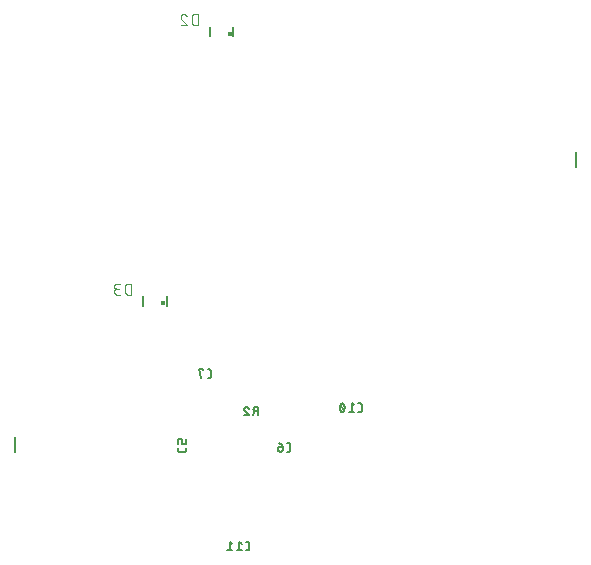
<source format=gbr>
G04 EAGLE Gerber X2 export*
%TF.Part,Single*%
%TF.FileFunction,Legend,Bot,1*%
%TF.FilePolarity,Positive*%
%TF.GenerationSoftware,Autodesk,EAGLE,8.6.0*%
%TF.CreationDate,2018-05-31T17:21:58Z*%
G75*
%MOMM*%
%FSLAX34Y34*%
%LPD*%
%AMOC8*
5,1,8,0,0,1.08239X$1,22.5*%
G01*
%ADD10C,0.177800*%
%ADD11C,0.203200*%
%ADD12C,0.127000*%
%ADD13C,0.400000*%
%ADD14C,0.076200*%


D10*
X175514Y517896D02*
X175514Y516316D01*
X175516Y516238D01*
X175522Y516161D01*
X175531Y516084D01*
X175544Y516008D01*
X175561Y515932D01*
X175582Y515857D01*
X175606Y515784D01*
X175634Y515711D01*
X175666Y515640D01*
X175701Y515571D01*
X175739Y515504D01*
X175780Y515438D01*
X175825Y515375D01*
X175873Y515314D01*
X175923Y515255D01*
X175977Y515199D01*
X176033Y515145D01*
X176092Y515095D01*
X176153Y515047D01*
X176216Y515002D01*
X176282Y514961D01*
X176349Y514923D01*
X176418Y514888D01*
X176489Y514856D01*
X176562Y514828D01*
X176635Y514804D01*
X176710Y514783D01*
X176786Y514766D01*
X176862Y514753D01*
X176939Y514744D01*
X177016Y514738D01*
X177094Y514736D01*
X177094Y514735D02*
X181046Y514735D01*
X181046Y514736D02*
X181124Y514738D01*
X181201Y514744D01*
X181278Y514753D01*
X181354Y514766D01*
X181430Y514783D01*
X181505Y514804D01*
X181578Y514828D01*
X181651Y514856D01*
X181722Y514888D01*
X181791Y514923D01*
X181858Y514961D01*
X181924Y515002D01*
X181987Y515047D01*
X182048Y515095D01*
X182107Y515145D01*
X182163Y515199D01*
X182217Y515255D01*
X182267Y515314D01*
X182315Y515375D01*
X182360Y515438D01*
X182401Y515504D01*
X182439Y515571D01*
X182474Y515640D01*
X182506Y515711D01*
X182534Y515784D01*
X182558Y515857D01*
X182579Y515932D01*
X182596Y516008D01*
X182609Y516084D01*
X182618Y516161D01*
X182624Y516238D01*
X182626Y516316D01*
X182626Y517896D01*
X175514Y521444D02*
X175514Y523814D01*
X175516Y523892D01*
X175522Y523969D01*
X175531Y524046D01*
X175544Y524122D01*
X175561Y524198D01*
X175582Y524273D01*
X175606Y524346D01*
X175634Y524419D01*
X175666Y524490D01*
X175701Y524559D01*
X175739Y524626D01*
X175780Y524692D01*
X175825Y524755D01*
X175873Y524816D01*
X175923Y524875D01*
X175977Y524931D01*
X176033Y524985D01*
X176092Y525035D01*
X176153Y525083D01*
X176216Y525128D01*
X176282Y525169D01*
X176349Y525207D01*
X176418Y525242D01*
X176489Y525274D01*
X176562Y525302D01*
X176635Y525326D01*
X176710Y525347D01*
X176786Y525364D01*
X176862Y525377D01*
X176939Y525386D01*
X177016Y525392D01*
X177094Y525394D01*
X177094Y525395D02*
X177885Y525395D01*
X177885Y525394D02*
X177963Y525392D01*
X178040Y525386D01*
X178117Y525377D01*
X178193Y525364D01*
X178269Y525347D01*
X178344Y525326D01*
X178417Y525302D01*
X178490Y525274D01*
X178561Y525242D01*
X178630Y525207D01*
X178697Y525169D01*
X178763Y525128D01*
X178826Y525083D01*
X178887Y525035D01*
X178946Y524985D01*
X179002Y524931D01*
X179056Y524875D01*
X179106Y524816D01*
X179154Y524755D01*
X179199Y524692D01*
X179240Y524626D01*
X179278Y524559D01*
X179313Y524490D01*
X179345Y524419D01*
X179373Y524346D01*
X179397Y524273D01*
X179418Y524198D01*
X179435Y524122D01*
X179448Y524046D01*
X179457Y523969D01*
X179463Y523892D01*
X179465Y523814D01*
X179465Y521444D01*
X182626Y521444D01*
X182626Y525395D01*
X267916Y514858D02*
X269497Y514858D01*
X269575Y514860D01*
X269652Y514866D01*
X269729Y514875D01*
X269805Y514888D01*
X269881Y514905D01*
X269956Y514926D01*
X270029Y514950D01*
X270102Y514978D01*
X270173Y515010D01*
X270242Y515045D01*
X270309Y515083D01*
X270375Y515124D01*
X270438Y515169D01*
X270499Y515217D01*
X270558Y515267D01*
X270614Y515321D01*
X270668Y515377D01*
X270718Y515436D01*
X270766Y515497D01*
X270811Y515560D01*
X270852Y515626D01*
X270890Y515693D01*
X270925Y515762D01*
X270957Y515833D01*
X270985Y515906D01*
X271009Y515979D01*
X271030Y516054D01*
X271047Y516130D01*
X271060Y516206D01*
X271069Y516283D01*
X271075Y516360D01*
X271077Y516438D01*
X271077Y520390D01*
X271075Y520468D01*
X271069Y520545D01*
X271060Y520622D01*
X271047Y520698D01*
X271030Y520774D01*
X271009Y520849D01*
X270985Y520922D01*
X270957Y520995D01*
X270925Y521066D01*
X270890Y521135D01*
X270852Y521202D01*
X270811Y521268D01*
X270766Y521331D01*
X270718Y521392D01*
X270668Y521451D01*
X270614Y521507D01*
X270558Y521561D01*
X270499Y521611D01*
X270438Y521659D01*
X270375Y521704D01*
X270309Y521745D01*
X270242Y521783D01*
X270173Y521818D01*
X270102Y521850D01*
X270029Y521878D01*
X269956Y521902D01*
X269881Y521923D01*
X269805Y521940D01*
X269729Y521953D01*
X269652Y521962D01*
X269575Y521968D01*
X269497Y521970D01*
X267916Y521970D01*
X264369Y518809D02*
X261998Y518809D01*
X261920Y518807D01*
X261843Y518801D01*
X261766Y518792D01*
X261690Y518779D01*
X261614Y518762D01*
X261539Y518741D01*
X261466Y518717D01*
X261393Y518689D01*
X261322Y518657D01*
X261253Y518622D01*
X261186Y518584D01*
X261120Y518543D01*
X261057Y518498D01*
X260996Y518450D01*
X260937Y518400D01*
X260881Y518346D01*
X260827Y518290D01*
X260777Y518231D01*
X260729Y518170D01*
X260684Y518107D01*
X260643Y518041D01*
X260605Y517974D01*
X260570Y517905D01*
X260538Y517834D01*
X260510Y517761D01*
X260486Y517688D01*
X260465Y517613D01*
X260448Y517537D01*
X260435Y517461D01*
X260426Y517384D01*
X260420Y517307D01*
X260418Y517229D01*
X260418Y516834D01*
X260417Y516834D02*
X260419Y516747D01*
X260425Y516659D01*
X260434Y516572D01*
X260448Y516486D01*
X260465Y516400D01*
X260486Y516316D01*
X260511Y516232D01*
X260540Y516149D01*
X260572Y516068D01*
X260607Y515988D01*
X260646Y515910D01*
X260689Y515833D01*
X260735Y515759D01*
X260784Y515687D01*
X260836Y515617D01*
X260892Y515549D01*
X260950Y515484D01*
X261011Y515421D01*
X261075Y515362D01*
X261142Y515305D01*
X261210Y515251D01*
X261282Y515200D01*
X261355Y515153D01*
X261430Y515108D01*
X261508Y515067D01*
X261587Y515030D01*
X261667Y514996D01*
X261749Y514966D01*
X261832Y514939D01*
X261917Y514916D01*
X262002Y514897D01*
X262088Y514882D01*
X262175Y514870D01*
X262262Y514862D01*
X262349Y514858D01*
X262437Y514858D01*
X262524Y514862D01*
X262611Y514870D01*
X262698Y514882D01*
X262784Y514897D01*
X262869Y514916D01*
X262954Y514939D01*
X263037Y514966D01*
X263119Y514996D01*
X263199Y515030D01*
X263278Y515067D01*
X263356Y515108D01*
X263431Y515153D01*
X263504Y515200D01*
X263576Y515251D01*
X263644Y515305D01*
X263711Y515362D01*
X263775Y515421D01*
X263836Y515484D01*
X263894Y515549D01*
X263950Y515617D01*
X264002Y515687D01*
X264051Y515759D01*
X264097Y515833D01*
X264140Y515910D01*
X264179Y515988D01*
X264214Y516068D01*
X264246Y516149D01*
X264275Y516232D01*
X264300Y516316D01*
X264321Y516400D01*
X264338Y516486D01*
X264352Y516572D01*
X264361Y516659D01*
X264367Y516747D01*
X264369Y516834D01*
X264369Y518809D01*
X264367Y518919D01*
X264361Y519030D01*
X264352Y519139D01*
X264338Y519249D01*
X264321Y519358D01*
X264300Y519466D01*
X264275Y519574D01*
X264247Y519680D01*
X264214Y519786D01*
X264178Y519890D01*
X264139Y519993D01*
X264096Y520095D01*
X264049Y520195D01*
X263999Y520293D01*
X263946Y520390D01*
X263889Y520484D01*
X263829Y520577D01*
X263765Y520667D01*
X263699Y520755D01*
X263629Y520841D01*
X263557Y520924D01*
X263482Y521005D01*
X263404Y521083D01*
X263323Y521158D01*
X263240Y521230D01*
X263154Y521300D01*
X263066Y521366D01*
X262976Y521430D01*
X262883Y521490D01*
X262789Y521547D01*
X262692Y521600D01*
X262594Y521650D01*
X262494Y521697D01*
X262392Y521740D01*
X262289Y521779D01*
X262185Y521815D01*
X262079Y521848D01*
X261973Y521876D01*
X261865Y521901D01*
X261757Y521922D01*
X261648Y521939D01*
X261538Y521953D01*
X261429Y521962D01*
X261318Y521968D01*
X261208Y521970D01*
X202504Y577469D02*
X200924Y577469D01*
X202504Y577469D02*
X202582Y577471D01*
X202659Y577477D01*
X202736Y577486D01*
X202812Y577499D01*
X202888Y577516D01*
X202963Y577537D01*
X203036Y577561D01*
X203109Y577589D01*
X203180Y577621D01*
X203249Y577656D01*
X203316Y577694D01*
X203382Y577735D01*
X203445Y577780D01*
X203506Y577828D01*
X203565Y577878D01*
X203621Y577932D01*
X203675Y577988D01*
X203725Y578047D01*
X203773Y578108D01*
X203818Y578171D01*
X203859Y578237D01*
X203897Y578304D01*
X203932Y578373D01*
X203964Y578444D01*
X203992Y578517D01*
X204016Y578590D01*
X204037Y578665D01*
X204054Y578741D01*
X204067Y578817D01*
X204076Y578894D01*
X204082Y578971D01*
X204084Y579049D01*
X204085Y579049D02*
X204085Y583001D01*
X204084Y583001D02*
X204082Y583079D01*
X204076Y583156D01*
X204067Y583233D01*
X204054Y583309D01*
X204037Y583385D01*
X204016Y583460D01*
X203992Y583533D01*
X203964Y583606D01*
X203932Y583677D01*
X203897Y583746D01*
X203859Y583813D01*
X203818Y583879D01*
X203773Y583942D01*
X203725Y584003D01*
X203675Y584062D01*
X203621Y584118D01*
X203565Y584172D01*
X203506Y584222D01*
X203445Y584270D01*
X203382Y584315D01*
X203316Y584356D01*
X203249Y584394D01*
X203180Y584429D01*
X203109Y584461D01*
X203036Y584489D01*
X202963Y584513D01*
X202888Y584534D01*
X202812Y584551D01*
X202736Y584564D01*
X202659Y584573D01*
X202582Y584579D01*
X202504Y584581D01*
X200924Y584581D01*
X197376Y584581D02*
X197376Y583791D01*
X197376Y584581D02*
X193425Y584581D01*
X195401Y577469D01*
X243738Y552768D02*
X243738Y545656D01*
X243738Y552768D02*
X241763Y552768D01*
X241676Y552766D01*
X241588Y552760D01*
X241501Y552751D01*
X241415Y552737D01*
X241329Y552720D01*
X241245Y552699D01*
X241161Y552674D01*
X241078Y552645D01*
X240997Y552613D01*
X240917Y552578D01*
X240839Y552539D01*
X240762Y552496D01*
X240688Y552450D01*
X240616Y552401D01*
X240546Y552349D01*
X240478Y552293D01*
X240413Y552235D01*
X240350Y552174D01*
X240291Y552110D01*
X240234Y552043D01*
X240180Y551975D01*
X240129Y551903D01*
X240082Y551830D01*
X240037Y551755D01*
X239996Y551677D01*
X239959Y551598D01*
X239925Y551518D01*
X239895Y551436D01*
X239868Y551353D01*
X239845Y551268D01*
X239826Y551183D01*
X239811Y551097D01*
X239799Y551010D01*
X239791Y550923D01*
X239787Y550836D01*
X239787Y550748D01*
X239791Y550661D01*
X239799Y550574D01*
X239811Y550487D01*
X239826Y550401D01*
X239845Y550316D01*
X239868Y550231D01*
X239895Y550148D01*
X239925Y550066D01*
X239959Y549986D01*
X239996Y549907D01*
X240037Y549829D01*
X240082Y549754D01*
X240129Y549681D01*
X240180Y549609D01*
X240234Y549541D01*
X240291Y549474D01*
X240350Y549410D01*
X240413Y549349D01*
X240478Y549291D01*
X240546Y549235D01*
X240616Y549183D01*
X240688Y549134D01*
X240762Y549088D01*
X240839Y549045D01*
X240917Y549006D01*
X240997Y548971D01*
X241078Y548939D01*
X241161Y548910D01*
X241245Y548885D01*
X241329Y548864D01*
X241415Y548847D01*
X241501Y548833D01*
X241588Y548824D01*
X241676Y548818D01*
X241763Y548816D01*
X243738Y548816D01*
X241368Y548816D02*
X239787Y545656D01*
X233655Y552768D02*
X233573Y552766D01*
X233491Y552760D01*
X233409Y552751D01*
X233328Y552738D01*
X233248Y552721D01*
X233168Y552700D01*
X233090Y552676D01*
X233013Y552648D01*
X232937Y552617D01*
X232862Y552582D01*
X232790Y552543D01*
X232719Y552502D01*
X232650Y552457D01*
X232584Y552409D01*
X232519Y552358D01*
X232457Y552304D01*
X232398Y552247D01*
X232341Y552188D01*
X232287Y552126D01*
X232236Y552061D01*
X232188Y551995D01*
X232143Y551926D01*
X232102Y551855D01*
X232063Y551783D01*
X232028Y551708D01*
X231997Y551632D01*
X231969Y551555D01*
X231945Y551477D01*
X231924Y551397D01*
X231907Y551317D01*
X231894Y551236D01*
X231885Y551154D01*
X231879Y551072D01*
X231877Y550990D01*
X233655Y552767D02*
X233748Y552765D01*
X233840Y552759D01*
X233932Y552750D01*
X234024Y552737D01*
X234115Y552720D01*
X234205Y552700D01*
X234295Y552676D01*
X234383Y552648D01*
X234471Y552616D01*
X234556Y552582D01*
X234641Y552543D01*
X234723Y552502D01*
X234804Y552457D01*
X234884Y552408D01*
X234961Y552357D01*
X235036Y552303D01*
X235108Y552245D01*
X235179Y552185D01*
X235246Y552121D01*
X235311Y552056D01*
X235374Y551987D01*
X235433Y551916D01*
X235490Y551843D01*
X235544Y551767D01*
X235594Y551690D01*
X235642Y551610D01*
X235686Y551528D01*
X235726Y551445D01*
X235764Y551360D01*
X235798Y551274D01*
X235828Y551187D01*
X232469Y549607D02*
X232408Y549668D01*
X232350Y549731D01*
X232295Y549797D01*
X232242Y549865D01*
X232193Y549936D01*
X232148Y550008D01*
X232105Y550083D01*
X232066Y550159D01*
X232030Y550238D01*
X231998Y550317D01*
X231970Y550398D01*
X231945Y550481D01*
X231924Y550564D01*
X231907Y550648D01*
X231893Y550733D01*
X231884Y550818D01*
X231878Y550904D01*
X231876Y550990D01*
X232469Y549607D02*
X235828Y545656D01*
X231877Y545656D01*
X328432Y548577D02*
X330012Y548577D01*
X330090Y548579D01*
X330167Y548585D01*
X330244Y548594D01*
X330320Y548607D01*
X330396Y548624D01*
X330471Y548645D01*
X330544Y548669D01*
X330617Y548697D01*
X330688Y548729D01*
X330757Y548764D01*
X330824Y548802D01*
X330890Y548843D01*
X330953Y548888D01*
X331014Y548936D01*
X331073Y548986D01*
X331129Y549040D01*
X331183Y549096D01*
X331233Y549155D01*
X331281Y549216D01*
X331326Y549279D01*
X331367Y549345D01*
X331405Y549412D01*
X331440Y549481D01*
X331472Y549552D01*
X331500Y549625D01*
X331524Y549698D01*
X331545Y549773D01*
X331562Y549849D01*
X331575Y549925D01*
X331584Y550002D01*
X331590Y550079D01*
X331592Y550157D01*
X331593Y550157D02*
X331593Y554108D01*
X331592Y554108D02*
X331590Y554186D01*
X331584Y554263D01*
X331575Y554340D01*
X331562Y554416D01*
X331545Y554492D01*
X331524Y554567D01*
X331500Y554640D01*
X331472Y554713D01*
X331440Y554784D01*
X331405Y554853D01*
X331367Y554920D01*
X331326Y554986D01*
X331281Y555049D01*
X331233Y555110D01*
X331183Y555169D01*
X331129Y555225D01*
X331073Y555279D01*
X331014Y555329D01*
X330953Y555377D01*
X330890Y555422D01*
X330824Y555463D01*
X330757Y555501D01*
X330688Y555536D01*
X330617Y555568D01*
X330544Y555596D01*
X330471Y555620D01*
X330396Y555641D01*
X330320Y555658D01*
X330244Y555671D01*
X330167Y555680D01*
X330090Y555686D01*
X330012Y555688D01*
X330012Y555689D02*
X328432Y555689D01*
X324884Y554108D02*
X322909Y555689D01*
X322909Y548577D01*
X324884Y548577D02*
X320933Y548577D01*
X316884Y552133D02*
X316882Y552281D01*
X316877Y552428D01*
X316867Y552576D01*
X316854Y552723D01*
X316838Y552870D01*
X316817Y553016D01*
X316793Y553162D01*
X316765Y553307D01*
X316734Y553451D01*
X316699Y553594D01*
X316660Y553737D01*
X316618Y553878D01*
X316572Y554019D01*
X316523Y554158D01*
X316470Y554296D01*
X316414Y554433D01*
X316354Y554568D01*
X316291Y554701D01*
X316265Y554772D01*
X316235Y554841D01*
X316201Y554909D01*
X316164Y554975D01*
X316124Y555039D01*
X316080Y555101D01*
X316034Y555160D01*
X315984Y555217D01*
X315931Y555271D01*
X315876Y555323D01*
X315818Y555371D01*
X315758Y555417D01*
X315695Y555459D01*
X315630Y555498D01*
X315564Y555534D01*
X315495Y555566D01*
X315426Y555594D01*
X315354Y555619D01*
X315282Y555640D01*
X315208Y555658D01*
X315134Y555671D01*
X315059Y555681D01*
X314984Y555687D01*
X314908Y555689D01*
X314832Y555687D01*
X314757Y555681D01*
X314682Y555671D01*
X314608Y555658D01*
X314534Y555640D01*
X314462Y555619D01*
X314391Y555594D01*
X314321Y555566D01*
X314252Y555534D01*
X314186Y555498D01*
X314121Y555459D01*
X314058Y555417D01*
X313998Y555371D01*
X313940Y555323D01*
X313885Y555271D01*
X313832Y555217D01*
X313782Y555160D01*
X313736Y555101D01*
X313692Y555039D01*
X313652Y554975D01*
X313615Y554909D01*
X313581Y554841D01*
X313551Y554772D01*
X313525Y554701D01*
X313462Y554568D01*
X313402Y554433D01*
X313346Y554296D01*
X313293Y554158D01*
X313244Y554019D01*
X313198Y553878D01*
X313156Y553737D01*
X313117Y553594D01*
X313082Y553451D01*
X313051Y553307D01*
X313023Y553162D01*
X312999Y553016D01*
X312978Y552870D01*
X312962Y552723D01*
X312949Y552576D01*
X312939Y552428D01*
X312934Y552281D01*
X312932Y552133D01*
X316883Y552133D02*
X316881Y551985D01*
X316876Y551838D01*
X316866Y551690D01*
X316853Y551543D01*
X316837Y551396D01*
X316816Y551250D01*
X316792Y551105D01*
X316764Y550959D01*
X316733Y550815D01*
X316698Y550672D01*
X316659Y550529D01*
X316617Y550388D01*
X316571Y550247D01*
X316522Y550108D01*
X316469Y549970D01*
X316413Y549833D01*
X316353Y549698D01*
X316290Y549565D01*
X316291Y549564D02*
X316265Y549493D01*
X316235Y549424D01*
X316201Y549356D01*
X316164Y549290D01*
X316124Y549226D01*
X316080Y549164D01*
X316034Y549105D01*
X315984Y549048D01*
X315931Y548994D01*
X315876Y548942D01*
X315818Y548894D01*
X315758Y548848D01*
X315695Y548806D01*
X315630Y548767D01*
X315564Y548731D01*
X315495Y548699D01*
X315425Y548671D01*
X315354Y548646D01*
X315282Y548625D01*
X315208Y548607D01*
X315134Y548594D01*
X315059Y548584D01*
X314984Y548578D01*
X314908Y548576D01*
X313525Y549565D02*
X313462Y549698D01*
X313402Y549833D01*
X313346Y549970D01*
X313293Y550108D01*
X313244Y550247D01*
X313198Y550388D01*
X313156Y550529D01*
X313117Y550672D01*
X313082Y550815D01*
X313051Y550959D01*
X313023Y551105D01*
X312999Y551250D01*
X312978Y551396D01*
X312962Y551543D01*
X312949Y551690D01*
X312939Y551838D01*
X312934Y551985D01*
X312932Y552133D01*
X313525Y549564D02*
X313551Y549493D01*
X313581Y549424D01*
X313615Y549356D01*
X313652Y549290D01*
X313692Y549226D01*
X313736Y549164D01*
X313782Y549105D01*
X313832Y549048D01*
X313885Y548994D01*
X313940Y548942D01*
X313998Y548894D01*
X314058Y548848D01*
X314121Y548806D01*
X314186Y548767D01*
X314252Y548731D01*
X314321Y548699D01*
X314391Y548671D01*
X314462Y548646D01*
X314534Y548625D01*
X314608Y548607D01*
X314682Y548594D01*
X314757Y548584D01*
X314832Y548578D01*
X314908Y548576D01*
X316488Y550157D02*
X313328Y554108D01*
X234762Y431102D02*
X233182Y431102D01*
X234762Y431102D02*
X234840Y431104D01*
X234917Y431110D01*
X234994Y431119D01*
X235070Y431132D01*
X235146Y431149D01*
X235221Y431170D01*
X235294Y431194D01*
X235367Y431222D01*
X235438Y431254D01*
X235507Y431289D01*
X235574Y431327D01*
X235640Y431368D01*
X235703Y431413D01*
X235764Y431461D01*
X235823Y431511D01*
X235879Y431565D01*
X235933Y431621D01*
X235983Y431680D01*
X236031Y431741D01*
X236076Y431804D01*
X236117Y431870D01*
X236155Y431937D01*
X236190Y432006D01*
X236222Y432077D01*
X236250Y432150D01*
X236274Y432223D01*
X236295Y432298D01*
X236312Y432374D01*
X236325Y432450D01*
X236334Y432527D01*
X236340Y432604D01*
X236342Y432682D01*
X236343Y432682D02*
X236343Y436633D01*
X236342Y436633D02*
X236340Y436711D01*
X236334Y436788D01*
X236325Y436865D01*
X236312Y436941D01*
X236295Y437017D01*
X236274Y437092D01*
X236250Y437165D01*
X236222Y437238D01*
X236190Y437309D01*
X236155Y437378D01*
X236117Y437445D01*
X236076Y437511D01*
X236031Y437574D01*
X235983Y437635D01*
X235933Y437694D01*
X235879Y437750D01*
X235823Y437804D01*
X235764Y437854D01*
X235703Y437902D01*
X235640Y437947D01*
X235574Y437988D01*
X235507Y438026D01*
X235438Y438061D01*
X235367Y438093D01*
X235294Y438121D01*
X235221Y438145D01*
X235146Y438166D01*
X235070Y438183D01*
X234994Y438196D01*
X234917Y438205D01*
X234840Y438211D01*
X234762Y438213D01*
X234762Y438214D02*
X233182Y438214D01*
X229634Y436633D02*
X227659Y438214D01*
X227659Y431102D01*
X229634Y431102D02*
X225683Y431102D01*
X221634Y436633D02*
X219658Y438214D01*
X219658Y431102D01*
X221634Y431102D02*
X217682Y431102D01*
D11*
X38100Y514350D02*
X38100Y527050D01*
D12*
X202852Y866712D02*
X202852Y874712D01*
X222852Y874712D02*
X222852Y866712D01*
D13*
X219852Y868712D03*
D14*
X192471Y876093D02*
X192471Y885331D01*
X189905Y885331D01*
X189807Y885329D01*
X189709Y885323D01*
X189611Y885314D01*
X189513Y885301D01*
X189416Y885284D01*
X189320Y885264D01*
X189225Y885239D01*
X189131Y885211D01*
X189038Y885180D01*
X188946Y885145D01*
X188855Y885106D01*
X188766Y885065D01*
X188679Y885019D01*
X188594Y884971D01*
X188510Y884919D01*
X188429Y884864D01*
X188349Y884806D01*
X188272Y884745D01*
X188198Y884681D01*
X188126Y884614D01*
X188056Y884544D01*
X187989Y884472D01*
X187925Y884398D01*
X187864Y884321D01*
X187806Y884241D01*
X187751Y884160D01*
X187699Y884076D01*
X187651Y883991D01*
X187605Y883904D01*
X187564Y883815D01*
X187525Y883724D01*
X187490Y883632D01*
X187459Y883539D01*
X187431Y883445D01*
X187406Y883350D01*
X187386Y883254D01*
X187369Y883157D01*
X187356Y883059D01*
X187347Y882961D01*
X187341Y882863D01*
X187339Y882765D01*
X187339Y878659D01*
X187341Y878561D01*
X187347Y878463D01*
X187356Y878365D01*
X187369Y878267D01*
X187386Y878170D01*
X187406Y878074D01*
X187431Y877979D01*
X187459Y877885D01*
X187490Y877792D01*
X187525Y877700D01*
X187564Y877609D01*
X187605Y877520D01*
X187651Y877433D01*
X187699Y877348D01*
X187751Y877264D01*
X187806Y877183D01*
X187864Y877103D01*
X187925Y877026D01*
X187989Y876952D01*
X188056Y876880D01*
X188126Y876810D01*
X188198Y876743D01*
X188272Y876679D01*
X188349Y876618D01*
X188429Y876560D01*
X188510Y876505D01*
X188594Y876453D01*
X188679Y876405D01*
X188766Y876359D01*
X188855Y876318D01*
X188946Y876279D01*
X189038Y876244D01*
X189131Y876213D01*
X189225Y876185D01*
X189320Y876160D01*
X189416Y876140D01*
X189513Y876123D01*
X189611Y876110D01*
X189709Y876101D01*
X189807Y876095D01*
X189905Y876093D01*
X192471Y876093D01*
X180348Y885331D02*
X180253Y885329D01*
X180157Y885323D01*
X180062Y885313D01*
X179968Y885299D01*
X179874Y885282D01*
X179781Y885260D01*
X179689Y885235D01*
X179598Y885206D01*
X179508Y885173D01*
X179420Y885136D01*
X179333Y885096D01*
X179249Y885053D01*
X179166Y885005D01*
X179085Y884955D01*
X179006Y884901D01*
X178929Y884844D01*
X178855Y884784D01*
X178783Y884721D01*
X178715Y884654D01*
X178648Y884586D01*
X178585Y884514D01*
X178525Y884440D01*
X178468Y884363D01*
X178414Y884284D01*
X178364Y884203D01*
X178316Y884120D01*
X178273Y884036D01*
X178233Y883949D01*
X178196Y883861D01*
X178163Y883771D01*
X178134Y883680D01*
X178109Y883588D01*
X178087Y883495D01*
X178070Y883401D01*
X178056Y883307D01*
X178046Y883212D01*
X178040Y883116D01*
X178038Y883021D01*
X180348Y885331D02*
X180455Y885329D01*
X180561Y885323D01*
X180667Y885314D01*
X180773Y885300D01*
X180878Y885283D01*
X180983Y885262D01*
X181086Y885238D01*
X181189Y885209D01*
X181291Y885177D01*
X181391Y885142D01*
X181490Y885102D01*
X181588Y885059D01*
X181684Y885013D01*
X181778Y884963D01*
X181871Y884910D01*
X181961Y884854D01*
X182050Y884794D01*
X182136Y884732D01*
X182220Y884666D01*
X182301Y884597D01*
X182380Y884526D01*
X182457Y884451D01*
X182530Y884374D01*
X182601Y884294D01*
X182669Y884212D01*
X182734Y884128D01*
X182796Y884041D01*
X182854Y883952D01*
X182910Y883861D01*
X182962Y883768D01*
X183011Y883673D01*
X183056Y883576D01*
X183098Y883478D01*
X183136Y883379D01*
X183171Y883278D01*
X178809Y881225D02*
X178741Y881292D01*
X178675Y881362D01*
X178613Y881435D01*
X178553Y881509D01*
X178496Y881586D01*
X178442Y881665D01*
X178392Y881746D01*
X178344Y881829D01*
X178300Y881914D01*
X178259Y882000D01*
X178221Y882088D01*
X178187Y882177D01*
X178156Y882268D01*
X178129Y882360D01*
X178105Y882452D01*
X178085Y882546D01*
X178068Y882640D01*
X178056Y882735D01*
X178046Y882830D01*
X178041Y882925D01*
X178039Y883021D01*
X178809Y881225D02*
X183171Y876093D01*
X178039Y876093D01*
D12*
X146464Y646366D02*
X146464Y638366D01*
X166464Y638366D02*
X166464Y646366D01*
D13*
X163464Y640366D03*
D14*
X136083Y647747D02*
X136083Y656985D01*
X133517Y656985D01*
X133419Y656983D01*
X133321Y656977D01*
X133223Y656968D01*
X133125Y656955D01*
X133028Y656938D01*
X132932Y656918D01*
X132837Y656893D01*
X132743Y656865D01*
X132650Y656834D01*
X132558Y656799D01*
X132467Y656760D01*
X132378Y656719D01*
X132291Y656673D01*
X132206Y656625D01*
X132122Y656573D01*
X132041Y656518D01*
X131961Y656460D01*
X131884Y656399D01*
X131810Y656335D01*
X131738Y656268D01*
X131668Y656198D01*
X131601Y656126D01*
X131537Y656052D01*
X131476Y655975D01*
X131418Y655895D01*
X131363Y655814D01*
X131311Y655730D01*
X131263Y655645D01*
X131217Y655558D01*
X131176Y655469D01*
X131137Y655378D01*
X131102Y655286D01*
X131071Y655193D01*
X131043Y655099D01*
X131018Y655004D01*
X130998Y654908D01*
X130981Y654811D01*
X130968Y654713D01*
X130959Y654615D01*
X130953Y654517D01*
X130951Y654419D01*
X130951Y650313D01*
X130953Y650215D01*
X130959Y650117D01*
X130968Y650019D01*
X130981Y649921D01*
X130998Y649824D01*
X131018Y649728D01*
X131043Y649633D01*
X131071Y649539D01*
X131102Y649446D01*
X131137Y649354D01*
X131176Y649263D01*
X131217Y649174D01*
X131263Y649087D01*
X131311Y649002D01*
X131363Y648918D01*
X131418Y648837D01*
X131476Y648757D01*
X131537Y648680D01*
X131601Y648606D01*
X131668Y648534D01*
X131738Y648464D01*
X131810Y648397D01*
X131884Y648333D01*
X131961Y648272D01*
X132041Y648214D01*
X132122Y648159D01*
X132206Y648107D01*
X132291Y648059D01*
X132378Y648013D01*
X132467Y647972D01*
X132558Y647933D01*
X132650Y647898D01*
X132743Y647867D01*
X132837Y647839D01*
X132932Y647814D01*
X133028Y647794D01*
X133125Y647777D01*
X133223Y647764D01*
X133321Y647755D01*
X133419Y647749D01*
X133517Y647747D01*
X136083Y647747D01*
X126783Y647747D02*
X124217Y647747D01*
X124118Y647749D01*
X124018Y647755D01*
X123919Y647764D01*
X123821Y647778D01*
X123723Y647795D01*
X123625Y647816D01*
X123529Y647841D01*
X123434Y647870D01*
X123339Y647902D01*
X123247Y647938D01*
X123155Y647977D01*
X123065Y648020D01*
X122977Y648066D01*
X122891Y648116D01*
X122807Y648169D01*
X122725Y648225D01*
X122645Y648285D01*
X122568Y648347D01*
X122493Y648413D01*
X122420Y648481D01*
X122351Y648552D01*
X122284Y648626D01*
X122220Y648702D01*
X122159Y648781D01*
X122101Y648862D01*
X122046Y648945D01*
X121995Y649030D01*
X121947Y649117D01*
X121902Y649206D01*
X121861Y649297D01*
X121823Y649389D01*
X121789Y649482D01*
X121759Y649577D01*
X121732Y649673D01*
X121709Y649770D01*
X121690Y649867D01*
X121675Y649966D01*
X121663Y650065D01*
X121655Y650164D01*
X121651Y650263D01*
X121651Y650363D01*
X121655Y650462D01*
X121663Y650561D01*
X121675Y650660D01*
X121690Y650759D01*
X121709Y650856D01*
X121732Y650953D01*
X121759Y651049D01*
X121789Y651144D01*
X121823Y651237D01*
X121861Y651329D01*
X121902Y651420D01*
X121947Y651509D01*
X121995Y651596D01*
X122046Y651681D01*
X122101Y651764D01*
X122159Y651845D01*
X122220Y651924D01*
X122284Y652000D01*
X122351Y652074D01*
X122420Y652145D01*
X122493Y652213D01*
X122568Y652279D01*
X122645Y652341D01*
X122725Y652401D01*
X122807Y652457D01*
X122891Y652510D01*
X122977Y652560D01*
X123065Y652606D01*
X123155Y652649D01*
X123247Y652688D01*
X123339Y652724D01*
X123434Y652756D01*
X123529Y652785D01*
X123625Y652810D01*
X123723Y652831D01*
X123821Y652848D01*
X123919Y652862D01*
X124018Y652871D01*
X124118Y652877D01*
X124217Y652879D01*
X123704Y656985D02*
X126783Y656985D01*
X123704Y656985D02*
X123614Y656983D01*
X123525Y656977D01*
X123436Y656967D01*
X123348Y656954D01*
X123260Y656936D01*
X123173Y656915D01*
X123087Y656890D01*
X123002Y656861D01*
X122918Y656829D01*
X122836Y656793D01*
X122756Y656753D01*
X122678Y656710D01*
X122601Y656663D01*
X122526Y656614D01*
X122454Y656561D01*
X122384Y656505D01*
X122317Y656446D01*
X122252Y656384D01*
X122190Y656319D01*
X122131Y656252D01*
X122075Y656182D01*
X122022Y656110D01*
X121973Y656035D01*
X121926Y655959D01*
X121883Y655880D01*
X121843Y655800D01*
X121807Y655718D01*
X121775Y655634D01*
X121746Y655549D01*
X121721Y655463D01*
X121700Y655376D01*
X121682Y655288D01*
X121669Y655200D01*
X121659Y655111D01*
X121653Y655022D01*
X121651Y654932D01*
X121653Y654842D01*
X121659Y654753D01*
X121669Y654664D01*
X121682Y654576D01*
X121700Y654488D01*
X121721Y654401D01*
X121746Y654315D01*
X121775Y654230D01*
X121807Y654146D01*
X121843Y654064D01*
X121883Y653984D01*
X121926Y653906D01*
X121973Y653829D01*
X122022Y653754D01*
X122075Y653682D01*
X122131Y653612D01*
X122190Y653545D01*
X122252Y653480D01*
X122317Y653418D01*
X122384Y653359D01*
X122454Y653303D01*
X122526Y653250D01*
X122601Y653201D01*
X122678Y653154D01*
X122756Y653111D01*
X122836Y653071D01*
X122918Y653035D01*
X123002Y653003D01*
X123087Y652974D01*
X123173Y652949D01*
X123260Y652928D01*
X123348Y652910D01*
X123436Y652897D01*
X123525Y652887D01*
X123614Y652881D01*
X123704Y652879D01*
X125757Y652879D01*
D11*
X512826Y755650D02*
X512826Y768350D01*
M02*

</source>
